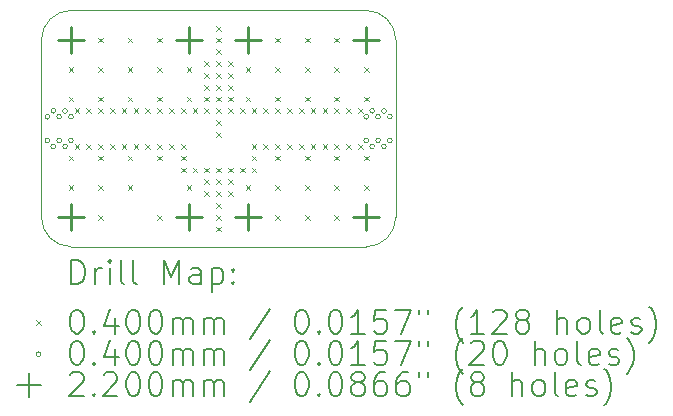
<source format=gbr>
%FSLAX45Y45*%
G04 Gerber Fmt 4.5, Leading zero omitted, Abs format (unit mm)*
G04 Created by KiCad (PCBNEW 6.0.1-79c1e3a40b~116~ubuntu20.04.1) date 2022-01-29 12:29:06*
%MOMM*%
%LPD*%
G01*
G04 APERTURE LIST*
%TA.AperFunction,Profile*%
%ADD10C,0.100000*%
%TD*%
%ADD11C,0.200000*%
%ADD12C,0.040000*%
%ADD13C,0.220000*%
G04 APERTURE END LIST*
D10*
X10750000Y-5500000D02*
X10750000Y-7000000D01*
X13750000Y-5500000D02*
G75*
G03*
X13500000Y-5250000I-250000J0D01*
G01*
X11000000Y-7250000D02*
X13500000Y-7250000D01*
X10750000Y-7000000D02*
G75*
G03*
X11000000Y-7250000I250000J0D01*
G01*
X13500000Y-7250000D02*
G75*
G03*
X13750000Y-7000000I0J250000D01*
G01*
X11000000Y-5250000D02*
G75*
G03*
X10750000Y-5500000I0J-250000D01*
G01*
X11000000Y-5250000D02*
X13500000Y-5250000D01*
X13750000Y-5500000D02*
X13750000Y-7000000D01*
D11*
D12*
X10980000Y-5730000D02*
X11020000Y-5770000D01*
X11020000Y-5730000D02*
X10980000Y-5770000D01*
X10980000Y-5980000D02*
X11020000Y-6020000D01*
X11020000Y-5980000D02*
X10980000Y-6020000D01*
X10980000Y-6480000D02*
X11020000Y-6520000D01*
X11020000Y-6480000D02*
X10980000Y-6520000D01*
X10980000Y-6730000D02*
X11020000Y-6770000D01*
X11020000Y-6730000D02*
X10980000Y-6770000D01*
X11030000Y-6080000D02*
X11070000Y-6120000D01*
X11070000Y-6080000D02*
X11030000Y-6120000D01*
X11030000Y-6380000D02*
X11070000Y-6420000D01*
X11070000Y-6380000D02*
X11030000Y-6420000D01*
X11130000Y-6080000D02*
X11170000Y-6120000D01*
X11170000Y-6080000D02*
X11130000Y-6120000D01*
X11130000Y-6380000D02*
X11170000Y-6420000D01*
X11170000Y-6380000D02*
X11130000Y-6420000D01*
X11230000Y-5480000D02*
X11270000Y-5520000D01*
X11270000Y-5480000D02*
X11230000Y-5520000D01*
X11230000Y-5730000D02*
X11270000Y-5770000D01*
X11270000Y-5730000D02*
X11230000Y-5770000D01*
X11230000Y-5980000D02*
X11270000Y-6020000D01*
X11270000Y-5980000D02*
X11230000Y-6020000D01*
X11230000Y-6080000D02*
X11270000Y-6120000D01*
X11270000Y-6080000D02*
X11230000Y-6120000D01*
X11230000Y-6380000D02*
X11270000Y-6420000D01*
X11270000Y-6380000D02*
X11230000Y-6420000D01*
X11230000Y-6480000D02*
X11270000Y-6520000D01*
X11270000Y-6480000D02*
X11230000Y-6520000D01*
X11230000Y-6730000D02*
X11270000Y-6770000D01*
X11270000Y-6730000D02*
X11230000Y-6770000D01*
X11230000Y-6980000D02*
X11270000Y-7020000D01*
X11270000Y-6980000D02*
X11230000Y-7020000D01*
X11330000Y-6080000D02*
X11370000Y-6120000D01*
X11370000Y-6080000D02*
X11330000Y-6120000D01*
X11330000Y-6380000D02*
X11370000Y-6420000D01*
X11370000Y-6380000D02*
X11330000Y-6420000D01*
X11430000Y-6080000D02*
X11470000Y-6120000D01*
X11470000Y-6080000D02*
X11430000Y-6120000D01*
X11430000Y-6380000D02*
X11470000Y-6420000D01*
X11470000Y-6380000D02*
X11430000Y-6420000D01*
X11480000Y-5480000D02*
X11520000Y-5520000D01*
X11520000Y-5480000D02*
X11480000Y-5520000D01*
X11480000Y-5730000D02*
X11520000Y-5770000D01*
X11520000Y-5730000D02*
X11480000Y-5770000D01*
X11480000Y-5980000D02*
X11520000Y-6020000D01*
X11520000Y-5980000D02*
X11480000Y-6020000D01*
X11480000Y-6480000D02*
X11520000Y-6520000D01*
X11520000Y-6480000D02*
X11480000Y-6520000D01*
X11480000Y-6730000D02*
X11520000Y-6770000D01*
X11520000Y-6730000D02*
X11480000Y-6770000D01*
X11530000Y-6080000D02*
X11570000Y-6120000D01*
X11570000Y-6080000D02*
X11530000Y-6120000D01*
X11530000Y-6380000D02*
X11570000Y-6420000D01*
X11570000Y-6380000D02*
X11530000Y-6420000D01*
X11630000Y-6080000D02*
X11670000Y-6120000D01*
X11670000Y-6080000D02*
X11630000Y-6120000D01*
X11630000Y-6380000D02*
X11670000Y-6420000D01*
X11670000Y-6380000D02*
X11630000Y-6420000D01*
X11730000Y-5480000D02*
X11770000Y-5520000D01*
X11770000Y-5480000D02*
X11730000Y-5520000D01*
X11730000Y-5730000D02*
X11770000Y-5770000D01*
X11770000Y-5730000D02*
X11730000Y-5770000D01*
X11730000Y-5980000D02*
X11770000Y-6020000D01*
X11770000Y-5980000D02*
X11730000Y-6020000D01*
X11730000Y-6080000D02*
X11770000Y-6120000D01*
X11770000Y-6080000D02*
X11730000Y-6120000D01*
X11730000Y-6380000D02*
X11770000Y-6420000D01*
X11770000Y-6380000D02*
X11730000Y-6420000D01*
X11730000Y-6480000D02*
X11770000Y-6520000D01*
X11770000Y-6480000D02*
X11730000Y-6520000D01*
X11730000Y-6980000D02*
X11770000Y-7020000D01*
X11770000Y-6980000D02*
X11730000Y-7020000D01*
X11830000Y-6080000D02*
X11870000Y-6120000D01*
X11870000Y-6080000D02*
X11830000Y-6120000D01*
X11830000Y-6380000D02*
X11870000Y-6420000D01*
X11870000Y-6380000D02*
X11830000Y-6420000D01*
X11930000Y-6080000D02*
X11970000Y-6120000D01*
X11970000Y-6080000D02*
X11930000Y-6120000D01*
X11930000Y-6380000D02*
X11970000Y-6420000D01*
X11970000Y-6380000D02*
X11930000Y-6420000D01*
X11930000Y-6480000D02*
X11970000Y-6520000D01*
X11970000Y-6480000D02*
X11930000Y-6520000D01*
X11930000Y-6580000D02*
X11970000Y-6620000D01*
X11970000Y-6580000D02*
X11930000Y-6620000D01*
X11980000Y-5730000D02*
X12020000Y-5770000D01*
X12020000Y-5730000D02*
X11980000Y-5770000D01*
X11980000Y-5980000D02*
X12020000Y-6020000D01*
X12020000Y-5980000D02*
X11980000Y-6020000D01*
X11980000Y-6730000D02*
X12020000Y-6770000D01*
X12020000Y-6730000D02*
X11980000Y-6770000D01*
X12030000Y-6080000D02*
X12070000Y-6120000D01*
X12070000Y-6080000D02*
X12030000Y-6120000D01*
X12030000Y-6580000D02*
X12070000Y-6620000D01*
X12070000Y-6580000D02*
X12030000Y-6620000D01*
X12130000Y-5680000D02*
X12170000Y-5720000D01*
X12170000Y-5680000D02*
X12130000Y-5720000D01*
X12130000Y-5780000D02*
X12170000Y-5820000D01*
X12170000Y-5780000D02*
X12130000Y-5820000D01*
X12130000Y-5880000D02*
X12170000Y-5920000D01*
X12170000Y-5880000D02*
X12130000Y-5920000D01*
X12130000Y-5980000D02*
X12170000Y-6020000D01*
X12170000Y-5980000D02*
X12130000Y-6020000D01*
X12130000Y-6080000D02*
X12170000Y-6120000D01*
X12170000Y-6080000D02*
X12130000Y-6120000D01*
X12130000Y-6580000D02*
X12170000Y-6620000D01*
X12170000Y-6580000D02*
X12130000Y-6620000D01*
X12130000Y-6680000D02*
X12170000Y-6720000D01*
X12170000Y-6680000D02*
X12130000Y-6720000D01*
X12130000Y-6780000D02*
X12170000Y-6820000D01*
X12170000Y-6780000D02*
X12130000Y-6820000D01*
X12230000Y-5380000D02*
X12270000Y-5420000D01*
X12270000Y-5380000D02*
X12230000Y-5420000D01*
X12230000Y-5480000D02*
X12270000Y-5520000D01*
X12270000Y-5480000D02*
X12230000Y-5520000D01*
X12230000Y-5580000D02*
X12270000Y-5620000D01*
X12270000Y-5580000D02*
X12230000Y-5620000D01*
X12230000Y-5680000D02*
X12270000Y-5720000D01*
X12270000Y-5680000D02*
X12230000Y-5720000D01*
X12230000Y-5780000D02*
X12270000Y-5820000D01*
X12270000Y-5780000D02*
X12230000Y-5820000D01*
X12230000Y-5880000D02*
X12270000Y-5920000D01*
X12270000Y-5880000D02*
X12230000Y-5920000D01*
X12230000Y-5980000D02*
X12270000Y-6020000D01*
X12270000Y-5980000D02*
X12230000Y-6020000D01*
X12230000Y-6080000D02*
X12270000Y-6120000D01*
X12270000Y-6080000D02*
X12230000Y-6120000D01*
X12230000Y-6180000D02*
X12270000Y-6220000D01*
X12270000Y-6180000D02*
X12230000Y-6220000D01*
X12230000Y-6280000D02*
X12270000Y-6320000D01*
X12270000Y-6280000D02*
X12230000Y-6320000D01*
X12230000Y-6580000D02*
X12270000Y-6620000D01*
X12270000Y-6580000D02*
X12230000Y-6620000D01*
X12230000Y-6680000D02*
X12270000Y-6720000D01*
X12270000Y-6680000D02*
X12230000Y-6720000D01*
X12230000Y-6780000D02*
X12270000Y-6820000D01*
X12270000Y-6780000D02*
X12230000Y-6820000D01*
X12230000Y-6880000D02*
X12270000Y-6920000D01*
X12270000Y-6880000D02*
X12230000Y-6920000D01*
X12230000Y-6980000D02*
X12270000Y-7020000D01*
X12270000Y-6980000D02*
X12230000Y-7020000D01*
X12230000Y-7080000D02*
X12270000Y-7120000D01*
X12270000Y-7080000D02*
X12230000Y-7120000D01*
X12330000Y-5680000D02*
X12370000Y-5720000D01*
X12370000Y-5680000D02*
X12330000Y-5720000D01*
X12330000Y-5780000D02*
X12370000Y-5820000D01*
X12370000Y-5780000D02*
X12330000Y-5820000D01*
X12330000Y-5880000D02*
X12370000Y-5920000D01*
X12370000Y-5880000D02*
X12330000Y-5920000D01*
X12330000Y-5980000D02*
X12370000Y-6020000D01*
X12370000Y-5980000D02*
X12330000Y-6020000D01*
X12330000Y-6080000D02*
X12370000Y-6120000D01*
X12370000Y-6080000D02*
X12330000Y-6120000D01*
X12330000Y-6580000D02*
X12370000Y-6620000D01*
X12370000Y-6580000D02*
X12330000Y-6620000D01*
X12330000Y-6680000D02*
X12370000Y-6720000D01*
X12370000Y-6680000D02*
X12330000Y-6720000D01*
X12330000Y-6780000D02*
X12370000Y-6820000D01*
X12370000Y-6780000D02*
X12330000Y-6820000D01*
X12430000Y-6080000D02*
X12470000Y-6120000D01*
X12470000Y-6080000D02*
X12430000Y-6120000D01*
X12430000Y-6580000D02*
X12470000Y-6620000D01*
X12470000Y-6580000D02*
X12430000Y-6620000D01*
X12480000Y-5730000D02*
X12520000Y-5770000D01*
X12520000Y-5730000D02*
X12480000Y-5770000D01*
X12480000Y-5980000D02*
X12520000Y-6020000D01*
X12520000Y-5980000D02*
X12480000Y-6020000D01*
X12480000Y-6730000D02*
X12520000Y-6770000D01*
X12520000Y-6730000D02*
X12480000Y-6770000D01*
X12530000Y-6080000D02*
X12570000Y-6120000D01*
X12570000Y-6080000D02*
X12530000Y-6120000D01*
X12530000Y-6380000D02*
X12570000Y-6420000D01*
X12570000Y-6380000D02*
X12530000Y-6420000D01*
X12530000Y-6480000D02*
X12570000Y-6520000D01*
X12570000Y-6480000D02*
X12530000Y-6520000D01*
X12530000Y-6580000D02*
X12570000Y-6620000D01*
X12570000Y-6580000D02*
X12530000Y-6620000D01*
X12630000Y-6080000D02*
X12670000Y-6120000D01*
X12670000Y-6080000D02*
X12630000Y-6120000D01*
X12630000Y-6380000D02*
X12670000Y-6420000D01*
X12670000Y-6380000D02*
X12630000Y-6420000D01*
X12730000Y-5480000D02*
X12770000Y-5520000D01*
X12770000Y-5480000D02*
X12730000Y-5520000D01*
X12730000Y-5730000D02*
X12770000Y-5770000D01*
X12770000Y-5730000D02*
X12730000Y-5770000D01*
X12730000Y-5980000D02*
X12770000Y-6020000D01*
X12770000Y-5980000D02*
X12730000Y-6020000D01*
X12730000Y-6080000D02*
X12770000Y-6120000D01*
X12770000Y-6080000D02*
X12730000Y-6120000D01*
X12730000Y-6380000D02*
X12770000Y-6420000D01*
X12770000Y-6380000D02*
X12730000Y-6420000D01*
X12730000Y-6480000D02*
X12770000Y-6520000D01*
X12770000Y-6480000D02*
X12730000Y-6520000D01*
X12730000Y-6730000D02*
X12770000Y-6770000D01*
X12770000Y-6730000D02*
X12730000Y-6770000D01*
X12730000Y-6980000D02*
X12770000Y-7020000D01*
X12770000Y-6980000D02*
X12730000Y-7020000D01*
X12830000Y-6080000D02*
X12870000Y-6120000D01*
X12870000Y-6080000D02*
X12830000Y-6120000D01*
X12830000Y-6380000D02*
X12870000Y-6420000D01*
X12870000Y-6380000D02*
X12830000Y-6420000D01*
X12930000Y-6080000D02*
X12970000Y-6120000D01*
X12970000Y-6080000D02*
X12930000Y-6120000D01*
X12930000Y-6380000D02*
X12970000Y-6420000D01*
X12970000Y-6380000D02*
X12930000Y-6420000D01*
X12980000Y-5480000D02*
X13020000Y-5520000D01*
X13020000Y-5480000D02*
X12980000Y-5520000D01*
X12980000Y-5730000D02*
X13020000Y-5770000D01*
X13020000Y-5730000D02*
X12980000Y-5770000D01*
X12980000Y-5980000D02*
X13020000Y-6020000D01*
X13020000Y-5980000D02*
X12980000Y-6020000D01*
X12980000Y-6480000D02*
X13020000Y-6520000D01*
X13020000Y-6480000D02*
X12980000Y-6520000D01*
X12980000Y-6730000D02*
X13020000Y-6770000D01*
X13020000Y-6730000D02*
X12980000Y-6770000D01*
X12980000Y-6980000D02*
X13020000Y-7020000D01*
X13020000Y-6980000D02*
X12980000Y-7020000D01*
X13030000Y-6080000D02*
X13070000Y-6120000D01*
X13070000Y-6080000D02*
X13030000Y-6120000D01*
X13030000Y-6380000D02*
X13070000Y-6420000D01*
X13070000Y-6380000D02*
X13030000Y-6420000D01*
X13130000Y-6080000D02*
X13170000Y-6120000D01*
X13170000Y-6080000D02*
X13130000Y-6120000D01*
X13130000Y-6380000D02*
X13170000Y-6420000D01*
X13170000Y-6380000D02*
X13130000Y-6420000D01*
X13230000Y-5480000D02*
X13270000Y-5520000D01*
X13270000Y-5480000D02*
X13230000Y-5520000D01*
X13230000Y-5730000D02*
X13270000Y-5770000D01*
X13270000Y-5730000D02*
X13230000Y-5770000D01*
X13230000Y-5980000D02*
X13270000Y-6020000D01*
X13270000Y-5980000D02*
X13230000Y-6020000D01*
X13230000Y-6080000D02*
X13270000Y-6120000D01*
X13270000Y-6080000D02*
X13230000Y-6120000D01*
X13230000Y-6380000D02*
X13270000Y-6420000D01*
X13270000Y-6380000D02*
X13230000Y-6420000D01*
X13230000Y-6480000D02*
X13270000Y-6520000D01*
X13270000Y-6480000D02*
X13230000Y-6520000D01*
X13230000Y-6730000D02*
X13270000Y-6770000D01*
X13270000Y-6730000D02*
X13230000Y-6770000D01*
X13230000Y-6980000D02*
X13270000Y-7020000D01*
X13270000Y-6980000D02*
X13230000Y-7020000D01*
X13330000Y-6080000D02*
X13370000Y-6120000D01*
X13370000Y-6080000D02*
X13330000Y-6120000D01*
X13330000Y-6380000D02*
X13370000Y-6420000D01*
X13370000Y-6380000D02*
X13330000Y-6420000D01*
X13430000Y-6080000D02*
X13470000Y-6120000D01*
X13470000Y-6080000D02*
X13430000Y-6120000D01*
X13430000Y-6380000D02*
X13470000Y-6420000D01*
X13470000Y-6380000D02*
X13430000Y-6420000D01*
X13480000Y-5730000D02*
X13520000Y-5770000D01*
X13520000Y-5730000D02*
X13480000Y-5770000D01*
X13480000Y-5980000D02*
X13520000Y-6020000D01*
X13520000Y-5980000D02*
X13480000Y-6020000D01*
X13480000Y-6480000D02*
X13520000Y-6520000D01*
X13520000Y-6480000D02*
X13480000Y-6520000D01*
X13480000Y-6730000D02*
X13520000Y-6770000D01*
X13520000Y-6730000D02*
X13480000Y-6770000D01*
X10820000Y-6150000D02*
G75*
G03*
X10820000Y-6150000I-20000J0D01*
G01*
X10820000Y-6350000D02*
G75*
G03*
X10820000Y-6350000I-20000J0D01*
G01*
X10870000Y-6100000D02*
G75*
G03*
X10870000Y-6100000I-20000J0D01*
G01*
X10870000Y-6400000D02*
G75*
G03*
X10870000Y-6400000I-20000J0D01*
G01*
X10920000Y-6150000D02*
G75*
G03*
X10920000Y-6150000I-20000J0D01*
G01*
X10920000Y-6350000D02*
G75*
G03*
X10920000Y-6350000I-20000J0D01*
G01*
X10970000Y-6100000D02*
G75*
G03*
X10970000Y-6100000I-20000J0D01*
G01*
X10970000Y-6400000D02*
G75*
G03*
X10970000Y-6400000I-20000J0D01*
G01*
X11020000Y-6150000D02*
G75*
G03*
X11020000Y-6150000I-20000J0D01*
G01*
X11020000Y-6350000D02*
G75*
G03*
X11020000Y-6350000I-20000J0D01*
G01*
X13520000Y-6150000D02*
G75*
G03*
X13520000Y-6150000I-20000J0D01*
G01*
X13520000Y-6350000D02*
G75*
G03*
X13520000Y-6350000I-20000J0D01*
G01*
X13570000Y-6100000D02*
G75*
G03*
X13570000Y-6100000I-20000J0D01*
G01*
X13570000Y-6400000D02*
G75*
G03*
X13570000Y-6400000I-20000J0D01*
G01*
X13620000Y-6150000D02*
G75*
G03*
X13620000Y-6150000I-20000J0D01*
G01*
X13620000Y-6350000D02*
G75*
G03*
X13620000Y-6350000I-20000J0D01*
G01*
X13670000Y-6100000D02*
G75*
G03*
X13670000Y-6100000I-20000J0D01*
G01*
X13670000Y-6400000D02*
G75*
G03*
X13670000Y-6400000I-20000J0D01*
G01*
X13720000Y-6150000D02*
G75*
G03*
X13720000Y-6150000I-20000J0D01*
G01*
X13720000Y-6350000D02*
G75*
G03*
X13720000Y-6350000I-20000J0D01*
G01*
D13*
X11000000Y-5390000D02*
X11000000Y-5610000D01*
X10890000Y-5500000D02*
X11110000Y-5500000D01*
X11000000Y-6890000D02*
X11000000Y-7110000D01*
X10890000Y-7000000D02*
X11110000Y-7000000D01*
X12000000Y-5390000D02*
X12000000Y-5610000D01*
X11890000Y-5500000D02*
X12110000Y-5500000D01*
X12000000Y-6890000D02*
X12000000Y-7110000D01*
X11890000Y-7000000D02*
X12110000Y-7000000D01*
X12500000Y-5390000D02*
X12500000Y-5610000D01*
X12390000Y-5500000D02*
X12610000Y-5500000D01*
X12500000Y-6890000D02*
X12500000Y-7110000D01*
X12390000Y-7000000D02*
X12610000Y-7000000D01*
X13500000Y-5390000D02*
X13500000Y-5610000D01*
X13390000Y-5500000D02*
X13610000Y-5500000D01*
X13500000Y-6890000D02*
X13500000Y-7110000D01*
X13390000Y-7000000D02*
X13610000Y-7000000D01*
D11*
X11002619Y-7565476D02*
X11002619Y-7365476D01*
X11050238Y-7365476D01*
X11078810Y-7375000D01*
X11097857Y-7394048D01*
X11107381Y-7413095D01*
X11116905Y-7451190D01*
X11116905Y-7479762D01*
X11107381Y-7517857D01*
X11097857Y-7536905D01*
X11078810Y-7555952D01*
X11050238Y-7565476D01*
X11002619Y-7565476D01*
X11202619Y-7565476D02*
X11202619Y-7432143D01*
X11202619Y-7470238D02*
X11212143Y-7451190D01*
X11221667Y-7441667D01*
X11240714Y-7432143D01*
X11259762Y-7432143D01*
X11326428Y-7565476D02*
X11326428Y-7432143D01*
X11326428Y-7365476D02*
X11316905Y-7375000D01*
X11326428Y-7384524D01*
X11335952Y-7375000D01*
X11326428Y-7365476D01*
X11326428Y-7384524D01*
X11450238Y-7565476D02*
X11431190Y-7555952D01*
X11421667Y-7536905D01*
X11421667Y-7365476D01*
X11555000Y-7565476D02*
X11535952Y-7555952D01*
X11526428Y-7536905D01*
X11526428Y-7365476D01*
X11783571Y-7565476D02*
X11783571Y-7365476D01*
X11850238Y-7508333D01*
X11916905Y-7365476D01*
X11916905Y-7565476D01*
X12097857Y-7565476D02*
X12097857Y-7460714D01*
X12088333Y-7441667D01*
X12069286Y-7432143D01*
X12031190Y-7432143D01*
X12012143Y-7441667D01*
X12097857Y-7555952D02*
X12078809Y-7565476D01*
X12031190Y-7565476D01*
X12012143Y-7555952D01*
X12002619Y-7536905D01*
X12002619Y-7517857D01*
X12012143Y-7498809D01*
X12031190Y-7489286D01*
X12078809Y-7489286D01*
X12097857Y-7479762D01*
X12193095Y-7432143D02*
X12193095Y-7632143D01*
X12193095Y-7441667D02*
X12212143Y-7432143D01*
X12250238Y-7432143D01*
X12269286Y-7441667D01*
X12278809Y-7451190D01*
X12288333Y-7470238D01*
X12288333Y-7527381D01*
X12278809Y-7546428D01*
X12269286Y-7555952D01*
X12250238Y-7565476D01*
X12212143Y-7565476D01*
X12193095Y-7555952D01*
X12374048Y-7546428D02*
X12383571Y-7555952D01*
X12374048Y-7565476D01*
X12364524Y-7555952D01*
X12374048Y-7546428D01*
X12374048Y-7565476D01*
X12374048Y-7441667D02*
X12383571Y-7451190D01*
X12374048Y-7460714D01*
X12364524Y-7451190D01*
X12374048Y-7441667D01*
X12374048Y-7460714D01*
D12*
X10705000Y-7875000D02*
X10745000Y-7915000D01*
X10745000Y-7875000D02*
X10705000Y-7915000D01*
D11*
X11040714Y-7785476D02*
X11059762Y-7785476D01*
X11078810Y-7795000D01*
X11088333Y-7804524D01*
X11097857Y-7823571D01*
X11107381Y-7861667D01*
X11107381Y-7909286D01*
X11097857Y-7947381D01*
X11088333Y-7966428D01*
X11078810Y-7975952D01*
X11059762Y-7985476D01*
X11040714Y-7985476D01*
X11021667Y-7975952D01*
X11012143Y-7966428D01*
X11002619Y-7947381D01*
X10993095Y-7909286D01*
X10993095Y-7861667D01*
X11002619Y-7823571D01*
X11012143Y-7804524D01*
X11021667Y-7795000D01*
X11040714Y-7785476D01*
X11193095Y-7966428D02*
X11202619Y-7975952D01*
X11193095Y-7985476D01*
X11183571Y-7975952D01*
X11193095Y-7966428D01*
X11193095Y-7985476D01*
X11374048Y-7852143D02*
X11374048Y-7985476D01*
X11326428Y-7775952D02*
X11278809Y-7918809D01*
X11402619Y-7918809D01*
X11516905Y-7785476D02*
X11535952Y-7785476D01*
X11555000Y-7795000D01*
X11564524Y-7804524D01*
X11574048Y-7823571D01*
X11583571Y-7861667D01*
X11583571Y-7909286D01*
X11574048Y-7947381D01*
X11564524Y-7966428D01*
X11555000Y-7975952D01*
X11535952Y-7985476D01*
X11516905Y-7985476D01*
X11497857Y-7975952D01*
X11488333Y-7966428D01*
X11478809Y-7947381D01*
X11469286Y-7909286D01*
X11469286Y-7861667D01*
X11478809Y-7823571D01*
X11488333Y-7804524D01*
X11497857Y-7795000D01*
X11516905Y-7785476D01*
X11707381Y-7785476D02*
X11726428Y-7785476D01*
X11745476Y-7795000D01*
X11755000Y-7804524D01*
X11764524Y-7823571D01*
X11774048Y-7861667D01*
X11774048Y-7909286D01*
X11764524Y-7947381D01*
X11755000Y-7966428D01*
X11745476Y-7975952D01*
X11726428Y-7985476D01*
X11707381Y-7985476D01*
X11688333Y-7975952D01*
X11678809Y-7966428D01*
X11669286Y-7947381D01*
X11659762Y-7909286D01*
X11659762Y-7861667D01*
X11669286Y-7823571D01*
X11678809Y-7804524D01*
X11688333Y-7795000D01*
X11707381Y-7785476D01*
X11859762Y-7985476D02*
X11859762Y-7852143D01*
X11859762Y-7871190D02*
X11869286Y-7861667D01*
X11888333Y-7852143D01*
X11916905Y-7852143D01*
X11935952Y-7861667D01*
X11945476Y-7880714D01*
X11945476Y-7985476D01*
X11945476Y-7880714D02*
X11955000Y-7861667D01*
X11974048Y-7852143D01*
X12002619Y-7852143D01*
X12021667Y-7861667D01*
X12031190Y-7880714D01*
X12031190Y-7985476D01*
X12126428Y-7985476D02*
X12126428Y-7852143D01*
X12126428Y-7871190D02*
X12135952Y-7861667D01*
X12155000Y-7852143D01*
X12183571Y-7852143D01*
X12202619Y-7861667D01*
X12212143Y-7880714D01*
X12212143Y-7985476D01*
X12212143Y-7880714D02*
X12221667Y-7861667D01*
X12240714Y-7852143D01*
X12269286Y-7852143D01*
X12288333Y-7861667D01*
X12297857Y-7880714D01*
X12297857Y-7985476D01*
X12688333Y-7775952D02*
X12516905Y-8033095D01*
X12945476Y-7785476D02*
X12964524Y-7785476D01*
X12983571Y-7795000D01*
X12993095Y-7804524D01*
X13002619Y-7823571D01*
X13012143Y-7861667D01*
X13012143Y-7909286D01*
X13002619Y-7947381D01*
X12993095Y-7966428D01*
X12983571Y-7975952D01*
X12964524Y-7985476D01*
X12945476Y-7985476D01*
X12926428Y-7975952D01*
X12916905Y-7966428D01*
X12907381Y-7947381D01*
X12897857Y-7909286D01*
X12897857Y-7861667D01*
X12907381Y-7823571D01*
X12916905Y-7804524D01*
X12926428Y-7795000D01*
X12945476Y-7785476D01*
X13097857Y-7966428D02*
X13107381Y-7975952D01*
X13097857Y-7985476D01*
X13088333Y-7975952D01*
X13097857Y-7966428D01*
X13097857Y-7985476D01*
X13231190Y-7785476D02*
X13250238Y-7785476D01*
X13269286Y-7795000D01*
X13278809Y-7804524D01*
X13288333Y-7823571D01*
X13297857Y-7861667D01*
X13297857Y-7909286D01*
X13288333Y-7947381D01*
X13278809Y-7966428D01*
X13269286Y-7975952D01*
X13250238Y-7985476D01*
X13231190Y-7985476D01*
X13212143Y-7975952D01*
X13202619Y-7966428D01*
X13193095Y-7947381D01*
X13183571Y-7909286D01*
X13183571Y-7861667D01*
X13193095Y-7823571D01*
X13202619Y-7804524D01*
X13212143Y-7795000D01*
X13231190Y-7785476D01*
X13488333Y-7985476D02*
X13374048Y-7985476D01*
X13431190Y-7985476D02*
X13431190Y-7785476D01*
X13412143Y-7814048D01*
X13393095Y-7833095D01*
X13374048Y-7842619D01*
X13669286Y-7785476D02*
X13574048Y-7785476D01*
X13564524Y-7880714D01*
X13574048Y-7871190D01*
X13593095Y-7861667D01*
X13640714Y-7861667D01*
X13659762Y-7871190D01*
X13669286Y-7880714D01*
X13678809Y-7899762D01*
X13678809Y-7947381D01*
X13669286Y-7966428D01*
X13659762Y-7975952D01*
X13640714Y-7985476D01*
X13593095Y-7985476D01*
X13574048Y-7975952D01*
X13564524Y-7966428D01*
X13745476Y-7785476D02*
X13878809Y-7785476D01*
X13793095Y-7985476D01*
X13945476Y-7785476D02*
X13945476Y-7823571D01*
X14021667Y-7785476D02*
X14021667Y-7823571D01*
X14316905Y-8061667D02*
X14307381Y-8052143D01*
X14288333Y-8023571D01*
X14278809Y-8004524D01*
X14269286Y-7975952D01*
X14259762Y-7928333D01*
X14259762Y-7890238D01*
X14269286Y-7842619D01*
X14278809Y-7814048D01*
X14288333Y-7795000D01*
X14307381Y-7766428D01*
X14316905Y-7756905D01*
X14497857Y-7985476D02*
X14383571Y-7985476D01*
X14440714Y-7985476D02*
X14440714Y-7785476D01*
X14421667Y-7814048D01*
X14402619Y-7833095D01*
X14383571Y-7842619D01*
X14574048Y-7804524D02*
X14583571Y-7795000D01*
X14602619Y-7785476D01*
X14650238Y-7785476D01*
X14669286Y-7795000D01*
X14678809Y-7804524D01*
X14688333Y-7823571D01*
X14688333Y-7842619D01*
X14678809Y-7871190D01*
X14564524Y-7985476D01*
X14688333Y-7985476D01*
X14802619Y-7871190D02*
X14783571Y-7861667D01*
X14774048Y-7852143D01*
X14764524Y-7833095D01*
X14764524Y-7823571D01*
X14774048Y-7804524D01*
X14783571Y-7795000D01*
X14802619Y-7785476D01*
X14840714Y-7785476D01*
X14859762Y-7795000D01*
X14869286Y-7804524D01*
X14878809Y-7823571D01*
X14878809Y-7833095D01*
X14869286Y-7852143D01*
X14859762Y-7861667D01*
X14840714Y-7871190D01*
X14802619Y-7871190D01*
X14783571Y-7880714D01*
X14774048Y-7890238D01*
X14764524Y-7909286D01*
X14764524Y-7947381D01*
X14774048Y-7966428D01*
X14783571Y-7975952D01*
X14802619Y-7985476D01*
X14840714Y-7985476D01*
X14859762Y-7975952D01*
X14869286Y-7966428D01*
X14878809Y-7947381D01*
X14878809Y-7909286D01*
X14869286Y-7890238D01*
X14859762Y-7880714D01*
X14840714Y-7871190D01*
X15116905Y-7985476D02*
X15116905Y-7785476D01*
X15202619Y-7985476D02*
X15202619Y-7880714D01*
X15193095Y-7861667D01*
X15174048Y-7852143D01*
X15145476Y-7852143D01*
X15126428Y-7861667D01*
X15116905Y-7871190D01*
X15326428Y-7985476D02*
X15307381Y-7975952D01*
X15297857Y-7966428D01*
X15288333Y-7947381D01*
X15288333Y-7890238D01*
X15297857Y-7871190D01*
X15307381Y-7861667D01*
X15326428Y-7852143D01*
X15355000Y-7852143D01*
X15374048Y-7861667D01*
X15383571Y-7871190D01*
X15393095Y-7890238D01*
X15393095Y-7947381D01*
X15383571Y-7966428D01*
X15374048Y-7975952D01*
X15355000Y-7985476D01*
X15326428Y-7985476D01*
X15507381Y-7985476D02*
X15488333Y-7975952D01*
X15478809Y-7956905D01*
X15478809Y-7785476D01*
X15659762Y-7975952D02*
X15640714Y-7985476D01*
X15602619Y-7985476D01*
X15583571Y-7975952D01*
X15574048Y-7956905D01*
X15574048Y-7880714D01*
X15583571Y-7861667D01*
X15602619Y-7852143D01*
X15640714Y-7852143D01*
X15659762Y-7861667D01*
X15669286Y-7880714D01*
X15669286Y-7899762D01*
X15574048Y-7918809D01*
X15745476Y-7975952D02*
X15764524Y-7985476D01*
X15802619Y-7985476D01*
X15821667Y-7975952D01*
X15831190Y-7956905D01*
X15831190Y-7947381D01*
X15821667Y-7928333D01*
X15802619Y-7918809D01*
X15774048Y-7918809D01*
X15755000Y-7909286D01*
X15745476Y-7890238D01*
X15745476Y-7880714D01*
X15755000Y-7861667D01*
X15774048Y-7852143D01*
X15802619Y-7852143D01*
X15821667Y-7861667D01*
X15897857Y-8061667D02*
X15907381Y-8052143D01*
X15926428Y-8023571D01*
X15935952Y-8004524D01*
X15945476Y-7975952D01*
X15955000Y-7928333D01*
X15955000Y-7890238D01*
X15945476Y-7842619D01*
X15935952Y-7814048D01*
X15926428Y-7795000D01*
X15907381Y-7766428D01*
X15897857Y-7756905D01*
D12*
X10745000Y-8159000D02*
G75*
G03*
X10745000Y-8159000I-20000J0D01*
G01*
D11*
X11040714Y-8049476D02*
X11059762Y-8049476D01*
X11078810Y-8059000D01*
X11088333Y-8068524D01*
X11097857Y-8087571D01*
X11107381Y-8125667D01*
X11107381Y-8173286D01*
X11097857Y-8211381D01*
X11088333Y-8230428D01*
X11078810Y-8239952D01*
X11059762Y-8249476D01*
X11040714Y-8249476D01*
X11021667Y-8239952D01*
X11012143Y-8230428D01*
X11002619Y-8211381D01*
X10993095Y-8173286D01*
X10993095Y-8125667D01*
X11002619Y-8087571D01*
X11012143Y-8068524D01*
X11021667Y-8059000D01*
X11040714Y-8049476D01*
X11193095Y-8230428D02*
X11202619Y-8239952D01*
X11193095Y-8249476D01*
X11183571Y-8239952D01*
X11193095Y-8230428D01*
X11193095Y-8249476D01*
X11374048Y-8116143D02*
X11374048Y-8249476D01*
X11326428Y-8039952D02*
X11278809Y-8182809D01*
X11402619Y-8182809D01*
X11516905Y-8049476D02*
X11535952Y-8049476D01*
X11555000Y-8059000D01*
X11564524Y-8068524D01*
X11574048Y-8087571D01*
X11583571Y-8125667D01*
X11583571Y-8173286D01*
X11574048Y-8211381D01*
X11564524Y-8230428D01*
X11555000Y-8239952D01*
X11535952Y-8249476D01*
X11516905Y-8249476D01*
X11497857Y-8239952D01*
X11488333Y-8230428D01*
X11478809Y-8211381D01*
X11469286Y-8173286D01*
X11469286Y-8125667D01*
X11478809Y-8087571D01*
X11488333Y-8068524D01*
X11497857Y-8059000D01*
X11516905Y-8049476D01*
X11707381Y-8049476D02*
X11726428Y-8049476D01*
X11745476Y-8059000D01*
X11755000Y-8068524D01*
X11764524Y-8087571D01*
X11774048Y-8125667D01*
X11774048Y-8173286D01*
X11764524Y-8211381D01*
X11755000Y-8230428D01*
X11745476Y-8239952D01*
X11726428Y-8249476D01*
X11707381Y-8249476D01*
X11688333Y-8239952D01*
X11678809Y-8230428D01*
X11669286Y-8211381D01*
X11659762Y-8173286D01*
X11659762Y-8125667D01*
X11669286Y-8087571D01*
X11678809Y-8068524D01*
X11688333Y-8059000D01*
X11707381Y-8049476D01*
X11859762Y-8249476D02*
X11859762Y-8116143D01*
X11859762Y-8135190D02*
X11869286Y-8125667D01*
X11888333Y-8116143D01*
X11916905Y-8116143D01*
X11935952Y-8125667D01*
X11945476Y-8144714D01*
X11945476Y-8249476D01*
X11945476Y-8144714D02*
X11955000Y-8125667D01*
X11974048Y-8116143D01*
X12002619Y-8116143D01*
X12021667Y-8125667D01*
X12031190Y-8144714D01*
X12031190Y-8249476D01*
X12126428Y-8249476D02*
X12126428Y-8116143D01*
X12126428Y-8135190D02*
X12135952Y-8125667D01*
X12155000Y-8116143D01*
X12183571Y-8116143D01*
X12202619Y-8125667D01*
X12212143Y-8144714D01*
X12212143Y-8249476D01*
X12212143Y-8144714D02*
X12221667Y-8125667D01*
X12240714Y-8116143D01*
X12269286Y-8116143D01*
X12288333Y-8125667D01*
X12297857Y-8144714D01*
X12297857Y-8249476D01*
X12688333Y-8039952D02*
X12516905Y-8297095D01*
X12945476Y-8049476D02*
X12964524Y-8049476D01*
X12983571Y-8059000D01*
X12993095Y-8068524D01*
X13002619Y-8087571D01*
X13012143Y-8125667D01*
X13012143Y-8173286D01*
X13002619Y-8211381D01*
X12993095Y-8230428D01*
X12983571Y-8239952D01*
X12964524Y-8249476D01*
X12945476Y-8249476D01*
X12926428Y-8239952D01*
X12916905Y-8230428D01*
X12907381Y-8211381D01*
X12897857Y-8173286D01*
X12897857Y-8125667D01*
X12907381Y-8087571D01*
X12916905Y-8068524D01*
X12926428Y-8059000D01*
X12945476Y-8049476D01*
X13097857Y-8230428D02*
X13107381Y-8239952D01*
X13097857Y-8249476D01*
X13088333Y-8239952D01*
X13097857Y-8230428D01*
X13097857Y-8249476D01*
X13231190Y-8049476D02*
X13250238Y-8049476D01*
X13269286Y-8059000D01*
X13278809Y-8068524D01*
X13288333Y-8087571D01*
X13297857Y-8125667D01*
X13297857Y-8173286D01*
X13288333Y-8211381D01*
X13278809Y-8230428D01*
X13269286Y-8239952D01*
X13250238Y-8249476D01*
X13231190Y-8249476D01*
X13212143Y-8239952D01*
X13202619Y-8230428D01*
X13193095Y-8211381D01*
X13183571Y-8173286D01*
X13183571Y-8125667D01*
X13193095Y-8087571D01*
X13202619Y-8068524D01*
X13212143Y-8059000D01*
X13231190Y-8049476D01*
X13488333Y-8249476D02*
X13374048Y-8249476D01*
X13431190Y-8249476D02*
X13431190Y-8049476D01*
X13412143Y-8078048D01*
X13393095Y-8097095D01*
X13374048Y-8106619D01*
X13669286Y-8049476D02*
X13574048Y-8049476D01*
X13564524Y-8144714D01*
X13574048Y-8135190D01*
X13593095Y-8125667D01*
X13640714Y-8125667D01*
X13659762Y-8135190D01*
X13669286Y-8144714D01*
X13678809Y-8163762D01*
X13678809Y-8211381D01*
X13669286Y-8230428D01*
X13659762Y-8239952D01*
X13640714Y-8249476D01*
X13593095Y-8249476D01*
X13574048Y-8239952D01*
X13564524Y-8230428D01*
X13745476Y-8049476D02*
X13878809Y-8049476D01*
X13793095Y-8249476D01*
X13945476Y-8049476D02*
X13945476Y-8087571D01*
X14021667Y-8049476D02*
X14021667Y-8087571D01*
X14316905Y-8325667D02*
X14307381Y-8316143D01*
X14288333Y-8287571D01*
X14278809Y-8268524D01*
X14269286Y-8239952D01*
X14259762Y-8192333D01*
X14259762Y-8154238D01*
X14269286Y-8106619D01*
X14278809Y-8078048D01*
X14288333Y-8059000D01*
X14307381Y-8030428D01*
X14316905Y-8020905D01*
X14383571Y-8068524D02*
X14393095Y-8059000D01*
X14412143Y-8049476D01*
X14459762Y-8049476D01*
X14478809Y-8059000D01*
X14488333Y-8068524D01*
X14497857Y-8087571D01*
X14497857Y-8106619D01*
X14488333Y-8135190D01*
X14374048Y-8249476D01*
X14497857Y-8249476D01*
X14621667Y-8049476D02*
X14640714Y-8049476D01*
X14659762Y-8059000D01*
X14669286Y-8068524D01*
X14678809Y-8087571D01*
X14688333Y-8125667D01*
X14688333Y-8173286D01*
X14678809Y-8211381D01*
X14669286Y-8230428D01*
X14659762Y-8239952D01*
X14640714Y-8249476D01*
X14621667Y-8249476D01*
X14602619Y-8239952D01*
X14593095Y-8230428D01*
X14583571Y-8211381D01*
X14574048Y-8173286D01*
X14574048Y-8125667D01*
X14583571Y-8087571D01*
X14593095Y-8068524D01*
X14602619Y-8059000D01*
X14621667Y-8049476D01*
X14926428Y-8249476D02*
X14926428Y-8049476D01*
X15012143Y-8249476D02*
X15012143Y-8144714D01*
X15002619Y-8125667D01*
X14983571Y-8116143D01*
X14955000Y-8116143D01*
X14935952Y-8125667D01*
X14926428Y-8135190D01*
X15135952Y-8249476D02*
X15116905Y-8239952D01*
X15107381Y-8230428D01*
X15097857Y-8211381D01*
X15097857Y-8154238D01*
X15107381Y-8135190D01*
X15116905Y-8125667D01*
X15135952Y-8116143D01*
X15164524Y-8116143D01*
X15183571Y-8125667D01*
X15193095Y-8135190D01*
X15202619Y-8154238D01*
X15202619Y-8211381D01*
X15193095Y-8230428D01*
X15183571Y-8239952D01*
X15164524Y-8249476D01*
X15135952Y-8249476D01*
X15316905Y-8249476D02*
X15297857Y-8239952D01*
X15288333Y-8220905D01*
X15288333Y-8049476D01*
X15469286Y-8239952D02*
X15450238Y-8249476D01*
X15412143Y-8249476D01*
X15393095Y-8239952D01*
X15383571Y-8220905D01*
X15383571Y-8144714D01*
X15393095Y-8125667D01*
X15412143Y-8116143D01*
X15450238Y-8116143D01*
X15469286Y-8125667D01*
X15478809Y-8144714D01*
X15478809Y-8163762D01*
X15383571Y-8182809D01*
X15555000Y-8239952D02*
X15574048Y-8249476D01*
X15612143Y-8249476D01*
X15631190Y-8239952D01*
X15640714Y-8220905D01*
X15640714Y-8211381D01*
X15631190Y-8192333D01*
X15612143Y-8182809D01*
X15583571Y-8182809D01*
X15564524Y-8173286D01*
X15555000Y-8154238D01*
X15555000Y-8144714D01*
X15564524Y-8125667D01*
X15583571Y-8116143D01*
X15612143Y-8116143D01*
X15631190Y-8125667D01*
X15707381Y-8325667D02*
X15716905Y-8316143D01*
X15735952Y-8287571D01*
X15745476Y-8268524D01*
X15755000Y-8239952D01*
X15764524Y-8192333D01*
X15764524Y-8154238D01*
X15755000Y-8106619D01*
X15745476Y-8078048D01*
X15735952Y-8059000D01*
X15716905Y-8030428D01*
X15707381Y-8020905D01*
X10645000Y-8323000D02*
X10645000Y-8523000D01*
X10545000Y-8423000D02*
X10745000Y-8423000D01*
X10993095Y-8332524D02*
X11002619Y-8323000D01*
X11021667Y-8313476D01*
X11069286Y-8313476D01*
X11088333Y-8323000D01*
X11097857Y-8332524D01*
X11107381Y-8351571D01*
X11107381Y-8370619D01*
X11097857Y-8399190D01*
X10983571Y-8513476D01*
X11107381Y-8513476D01*
X11193095Y-8494429D02*
X11202619Y-8503952D01*
X11193095Y-8513476D01*
X11183571Y-8503952D01*
X11193095Y-8494429D01*
X11193095Y-8513476D01*
X11278809Y-8332524D02*
X11288333Y-8323000D01*
X11307381Y-8313476D01*
X11355000Y-8313476D01*
X11374048Y-8323000D01*
X11383571Y-8332524D01*
X11393095Y-8351571D01*
X11393095Y-8370619D01*
X11383571Y-8399190D01*
X11269286Y-8513476D01*
X11393095Y-8513476D01*
X11516905Y-8313476D02*
X11535952Y-8313476D01*
X11555000Y-8323000D01*
X11564524Y-8332524D01*
X11574048Y-8351571D01*
X11583571Y-8389667D01*
X11583571Y-8437286D01*
X11574048Y-8475381D01*
X11564524Y-8494429D01*
X11555000Y-8503952D01*
X11535952Y-8513476D01*
X11516905Y-8513476D01*
X11497857Y-8503952D01*
X11488333Y-8494429D01*
X11478809Y-8475381D01*
X11469286Y-8437286D01*
X11469286Y-8389667D01*
X11478809Y-8351571D01*
X11488333Y-8332524D01*
X11497857Y-8323000D01*
X11516905Y-8313476D01*
X11707381Y-8313476D02*
X11726428Y-8313476D01*
X11745476Y-8323000D01*
X11755000Y-8332524D01*
X11764524Y-8351571D01*
X11774048Y-8389667D01*
X11774048Y-8437286D01*
X11764524Y-8475381D01*
X11755000Y-8494429D01*
X11745476Y-8503952D01*
X11726428Y-8513476D01*
X11707381Y-8513476D01*
X11688333Y-8503952D01*
X11678809Y-8494429D01*
X11669286Y-8475381D01*
X11659762Y-8437286D01*
X11659762Y-8389667D01*
X11669286Y-8351571D01*
X11678809Y-8332524D01*
X11688333Y-8323000D01*
X11707381Y-8313476D01*
X11859762Y-8513476D02*
X11859762Y-8380143D01*
X11859762Y-8399190D02*
X11869286Y-8389667D01*
X11888333Y-8380143D01*
X11916905Y-8380143D01*
X11935952Y-8389667D01*
X11945476Y-8408714D01*
X11945476Y-8513476D01*
X11945476Y-8408714D02*
X11955000Y-8389667D01*
X11974048Y-8380143D01*
X12002619Y-8380143D01*
X12021667Y-8389667D01*
X12031190Y-8408714D01*
X12031190Y-8513476D01*
X12126428Y-8513476D02*
X12126428Y-8380143D01*
X12126428Y-8399190D02*
X12135952Y-8389667D01*
X12155000Y-8380143D01*
X12183571Y-8380143D01*
X12202619Y-8389667D01*
X12212143Y-8408714D01*
X12212143Y-8513476D01*
X12212143Y-8408714D02*
X12221667Y-8389667D01*
X12240714Y-8380143D01*
X12269286Y-8380143D01*
X12288333Y-8389667D01*
X12297857Y-8408714D01*
X12297857Y-8513476D01*
X12688333Y-8303952D02*
X12516905Y-8561095D01*
X12945476Y-8313476D02*
X12964524Y-8313476D01*
X12983571Y-8323000D01*
X12993095Y-8332524D01*
X13002619Y-8351571D01*
X13012143Y-8389667D01*
X13012143Y-8437286D01*
X13002619Y-8475381D01*
X12993095Y-8494429D01*
X12983571Y-8503952D01*
X12964524Y-8513476D01*
X12945476Y-8513476D01*
X12926428Y-8503952D01*
X12916905Y-8494429D01*
X12907381Y-8475381D01*
X12897857Y-8437286D01*
X12897857Y-8389667D01*
X12907381Y-8351571D01*
X12916905Y-8332524D01*
X12926428Y-8323000D01*
X12945476Y-8313476D01*
X13097857Y-8494429D02*
X13107381Y-8503952D01*
X13097857Y-8513476D01*
X13088333Y-8503952D01*
X13097857Y-8494429D01*
X13097857Y-8513476D01*
X13231190Y-8313476D02*
X13250238Y-8313476D01*
X13269286Y-8323000D01*
X13278809Y-8332524D01*
X13288333Y-8351571D01*
X13297857Y-8389667D01*
X13297857Y-8437286D01*
X13288333Y-8475381D01*
X13278809Y-8494429D01*
X13269286Y-8503952D01*
X13250238Y-8513476D01*
X13231190Y-8513476D01*
X13212143Y-8503952D01*
X13202619Y-8494429D01*
X13193095Y-8475381D01*
X13183571Y-8437286D01*
X13183571Y-8389667D01*
X13193095Y-8351571D01*
X13202619Y-8332524D01*
X13212143Y-8323000D01*
X13231190Y-8313476D01*
X13412143Y-8399190D02*
X13393095Y-8389667D01*
X13383571Y-8380143D01*
X13374048Y-8361095D01*
X13374048Y-8351571D01*
X13383571Y-8332524D01*
X13393095Y-8323000D01*
X13412143Y-8313476D01*
X13450238Y-8313476D01*
X13469286Y-8323000D01*
X13478809Y-8332524D01*
X13488333Y-8351571D01*
X13488333Y-8361095D01*
X13478809Y-8380143D01*
X13469286Y-8389667D01*
X13450238Y-8399190D01*
X13412143Y-8399190D01*
X13393095Y-8408714D01*
X13383571Y-8418238D01*
X13374048Y-8437286D01*
X13374048Y-8475381D01*
X13383571Y-8494429D01*
X13393095Y-8503952D01*
X13412143Y-8513476D01*
X13450238Y-8513476D01*
X13469286Y-8503952D01*
X13478809Y-8494429D01*
X13488333Y-8475381D01*
X13488333Y-8437286D01*
X13478809Y-8418238D01*
X13469286Y-8408714D01*
X13450238Y-8399190D01*
X13659762Y-8313476D02*
X13621667Y-8313476D01*
X13602619Y-8323000D01*
X13593095Y-8332524D01*
X13574048Y-8361095D01*
X13564524Y-8399190D01*
X13564524Y-8475381D01*
X13574048Y-8494429D01*
X13583571Y-8503952D01*
X13602619Y-8513476D01*
X13640714Y-8513476D01*
X13659762Y-8503952D01*
X13669286Y-8494429D01*
X13678809Y-8475381D01*
X13678809Y-8427762D01*
X13669286Y-8408714D01*
X13659762Y-8399190D01*
X13640714Y-8389667D01*
X13602619Y-8389667D01*
X13583571Y-8399190D01*
X13574048Y-8408714D01*
X13564524Y-8427762D01*
X13850238Y-8313476D02*
X13812143Y-8313476D01*
X13793095Y-8323000D01*
X13783571Y-8332524D01*
X13764524Y-8361095D01*
X13755000Y-8399190D01*
X13755000Y-8475381D01*
X13764524Y-8494429D01*
X13774048Y-8503952D01*
X13793095Y-8513476D01*
X13831190Y-8513476D01*
X13850238Y-8503952D01*
X13859762Y-8494429D01*
X13869286Y-8475381D01*
X13869286Y-8427762D01*
X13859762Y-8408714D01*
X13850238Y-8399190D01*
X13831190Y-8389667D01*
X13793095Y-8389667D01*
X13774048Y-8399190D01*
X13764524Y-8408714D01*
X13755000Y-8427762D01*
X13945476Y-8313476D02*
X13945476Y-8351571D01*
X14021667Y-8313476D02*
X14021667Y-8351571D01*
X14316905Y-8589667D02*
X14307381Y-8580143D01*
X14288333Y-8551571D01*
X14278809Y-8532524D01*
X14269286Y-8503952D01*
X14259762Y-8456333D01*
X14259762Y-8418238D01*
X14269286Y-8370619D01*
X14278809Y-8342048D01*
X14288333Y-8323000D01*
X14307381Y-8294428D01*
X14316905Y-8284905D01*
X14421667Y-8399190D02*
X14402619Y-8389667D01*
X14393095Y-8380143D01*
X14383571Y-8361095D01*
X14383571Y-8351571D01*
X14393095Y-8332524D01*
X14402619Y-8323000D01*
X14421667Y-8313476D01*
X14459762Y-8313476D01*
X14478809Y-8323000D01*
X14488333Y-8332524D01*
X14497857Y-8351571D01*
X14497857Y-8361095D01*
X14488333Y-8380143D01*
X14478809Y-8389667D01*
X14459762Y-8399190D01*
X14421667Y-8399190D01*
X14402619Y-8408714D01*
X14393095Y-8418238D01*
X14383571Y-8437286D01*
X14383571Y-8475381D01*
X14393095Y-8494429D01*
X14402619Y-8503952D01*
X14421667Y-8513476D01*
X14459762Y-8513476D01*
X14478809Y-8503952D01*
X14488333Y-8494429D01*
X14497857Y-8475381D01*
X14497857Y-8437286D01*
X14488333Y-8418238D01*
X14478809Y-8408714D01*
X14459762Y-8399190D01*
X14735952Y-8513476D02*
X14735952Y-8313476D01*
X14821667Y-8513476D02*
X14821667Y-8408714D01*
X14812143Y-8389667D01*
X14793095Y-8380143D01*
X14764524Y-8380143D01*
X14745476Y-8389667D01*
X14735952Y-8399190D01*
X14945476Y-8513476D02*
X14926428Y-8503952D01*
X14916905Y-8494429D01*
X14907381Y-8475381D01*
X14907381Y-8418238D01*
X14916905Y-8399190D01*
X14926428Y-8389667D01*
X14945476Y-8380143D01*
X14974048Y-8380143D01*
X14993095Y-8389667D01*
X15002619Y-8399190D01*
X15012143Y-8418238D01*
X15012143Y-8475381D01*
X15002619Y-8494429D01*
X14993095Y-8503952D01*
X14974048Y-8513476D01*
X14945476Y-8513476D01*
X15126428Y-8513476D02*
X15107381Y-8503952D01*
X15097857Y-8484905D01*
X15097857Y-8313476D01*
X15278809Y-8503952D02*
X15259762Y-8513476D01*
X15221667Y-8513476D01*
X15202619Y-8503952D01*
X15193095Y-8484905D01*
X15193095Y-8408714D01*
X15202619Y-8389667D01*
X15221667Y-8380143D01*
X15259762Y-8380143D01*
X15278809Y-8389667D01*
X15288333Y-8408714D01*
X15288333Y-8427762D01*
X15193095Y-8446810D01*
X15364524Y-8503952D02*
X15383571Y-8513476D01*
X15421667Y-8513476D01*
X15440714Y-8503952D01*
X15450238Y-8484905D01*
X15450238Y-8475381D01*
X15440714Y-8456333D01*
X15421667Y-8446810D01*
X15393095Y-8446810D01*
X15374048Y-8437286D01*
X15364524Y-8418238D01*
X15364524Y-8408714D01*
X15374048Y-8389667D01*
X15393095Y-8380143D01*
X15421667Y-8380143D01*
X15440714Y-8389667D01*
X15516905Y-8589667D02*
X15526428Y-8580143D01*
X15545476Y-8551571D01*
X15555000Y-8532524D01*
X15564524Y-8503952D01*
X15574048Y-8456333D01*
X15574048Y-8418238D01*
X15564524Y-8370619D01*
X15555000Y-8342048D01*
X15545476Y-8323000D01*
X15526428Y-8294428D01*
X15516905Y-8284905D01*
M02*

</source>
